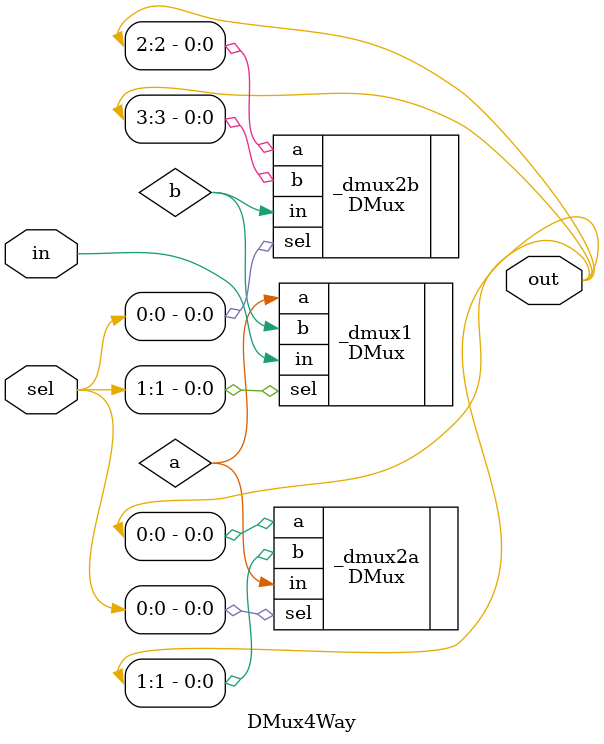
<source format=v>
module DMux4Way (
	input in,
	input [1:0] sel,
	output [3:0] out
);

wire a, b, c, d;

DMux _dmux1 (
    .in(in),
    .sel(sel[1]),
    .a(a),
    .b(b)
);

DMux _dmux2a (
    .in(a),
    .sel(sel[0]),
    .a(out[0]),
    .b(out[1])
);

DMux _dmux2b (
    .in(b),
    .sel(sel[0]),
    .a(out[2]),
    .b(out[3])
);

endmodule

</source>
